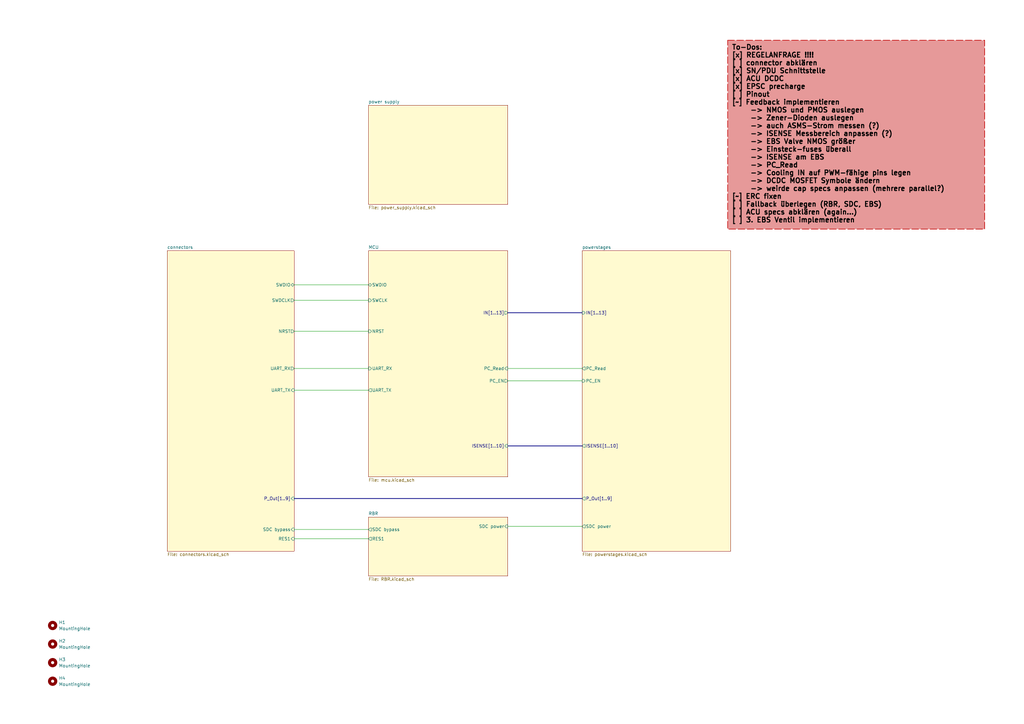
<source format=kicad_sch>
(kicad_sch (version 20231120) (generator "eeschema") (generator_version "8.0")
  (paper "A3")
  (title_block (title "PDU FT25") (date "2024-11-23") (rev "V1.1") (company "Janek Herm") (comment 1 "FaSTTUBe Electronics"))
  (lib_symbols
    (symbol "Mechanical:MountingHole" (pin_names (offset 1.016))
      (property "Reference" "H" (at 0 5.08 0))
      (property "Value" "MountingHole" (at 0 3.175 0))
      (symbol "MountingHole_0_1"
        (circle (center 0 0) (radius 1.27) (stroke (width 1.27)))
      )
    )
  )
  (wire (pts (xy 208.28 215.9) (xy 238.76 215.9)))
  (wire (pts (xy 120.65 160.02) (xy 151.13 160.02)))
  (wire (pts (xy 120.65 220.98) (xy 151.13 220.98)))
  (bus (pts (xy 208.28 128.27) (xy 238.76 128.27)))
  (wire (pts (xy 208.28 156.21) (xy 238.76 156.21)))
  (wire (pts (xy 120.65 135.89) (xy 151.13 135.89)))
  (wire (pts (xy 120.65 116.84) (xy 151.13 116.84)))
  (wire (pts (xy 120.65 123.19) (xy 151.13 123.19)))
  (bus (pts (xy 208.28 182.88) (xy 238.76 182.88)))
  (wire (pts (xy 120.65 151.13) (xy 151.13 151.13)))
  (wire (pts (xy 208.28 151.13) (xy 238.76 151.13)))
  (wire (pts (xy 151.13 217.17) (xy 120.65 217.17)))
  (bus (pts (xy 120.65 204.47) (xy 238.76 204.47)))
  (text_box "To-Dos:\n[x] REGELANFRAGE !!!!\n[ ] connector abklären\n[x] SN/PDU Schnittstelle\n[x] ACU DCDC\n[x] EPSC precharge\n[ ] Pinout\n[~] Feedback implementieren\n	-> NMOS und PMOS auslegen\n	-> Zener-Dioden auslegen\n	-> auch ASMS-Strom messen (?)\n	-> ISENSE Messbereich anpassen (?)\n	-> EBS Valve NMOS größer\n	-> Einsteck-fuses überall\n	-> ISENSE am EBS\n	-> PC_Read\n	-> Cooling IN auf PWM-fähige pins legen\n	-> DCDC MOSFET Symbole ändern\n	-> weirde cap specs anpassen (mehrere parallel?)\n[~] ERC fixen\n[ ] Fallback überlegen (RBR, SDC, EBS)\n[ ] ACU specs abklären (again...)\n[ ] 3. EBS Ventil implementieren" (at 298.45 16.51 0) (size 105.41 77.47) (stroke (width 0.25) (type dash) (color 194 0 0 1)) (fill (type color) (color 194 0 0 0.4)) (effects (font (size 2 2) (thickness 0.4) (bold yes)) (justify left top)))
  (symbol (lib_id "Mechanical:MountingHole") (at 21.59 271.78 0) (unit 1)
    (property "Reference" "H3" (at 24.13 270.5099 0) (effects (justify left)))
    (property "Value" "MountingHole" (at 24.13 273.0499 0) (effects (justify left)))
    (property "Footprint" "MountingHole:MountingHole_4.3mm_M4" (effects (hide yes)))
  )
  (symbol (lib_id "Mechanical:MountingHole") (at 21.59 279.4 0) (unit 1)
    (property "Reference" "H4" (at 24.13 278.1299 0) (effects (justify left)))
    (property "Value" "MountingHole" (at 24.13 280.6699 0) (effects (justify left)))
    (property "Footprint" "MountingHole:MountingHole_4.3mm_M4" (effects (hide yes)))
  )
  (symbol (lib_id "Mechanical:MountingHole") (at 21.59 264.16 0) (unit 1)
    (property "Reference" "H2" (at 24.13 262.8899 0) (effects (justify left)))
    (property "Value" "MountingHole" (at 24.13 265.4299 0) (effects (justify left)))
    (property "Footprint" "MountingHole:MountingHole_4.3mm_M4" (effects (hide yes)))
  )
  (symbol (lib_id "Mechanical:MountingHole") (at 21.59 256.54 0) (unit 1)
    (property "Reference" "H1" (at 24.13 255.2699 0) (effects (justify left)))
    (property "Value" "MountingHole" (at 24.13 257.8099 0) (effects (justify left)))
    (property "Footprint" "MountingHole:MountingHole_4.3mm_M4" (effects (hide yes)))
  )
  (sheet (at 151.13 102.87) (size 57.15 92.71) (stroke (width 0.1524)) (fill (color 255 250 208 1.0000))
    (property "Sheetname" "MCU" (at 151.13 102.1584 0) (effects (justify left bottom)))
    (property "Sheetfile" "mcu.kicad_sch" (at 151.13 196.1646 0) (effects (justify left top)))
    (pin "NRST" input (at 151.13 135.89 180))
    (pin "UART_TX" output (at 151.13 160.02 180))
    (pin "UART_RX" input (at 151.13 151.13 180))
    (pin "SWCLK" input (at 151.13 123.19 180))
    (pin "SWDIO" bidirectional (at 151.13 116.84 180))
    (pin "ISENSE[1..10]" input (at 208.28 182.88 0))
    (pin "PC_EN" output (at 208.28 156.21 0))
    (pin "PC_Read" input (at 208.28 151.13 0))
    (pin "IN[1..13]" output (at 208.28 128.27 0))
  )
  (sheet (at 151.13 43.18) (size 57.15 40.64) (stroke (width 0.1524)) (fill (color 255 250 208 1.0000))
    (property "Sheetname" "power supply" (at 151.13 42.4684 0) (effects (justify left bottom)))
    (property "Sheetfile" "power_supply.kicad_sch" (at 151.13 84.4046 0) (effects (justify left top)))
  )
  (sheet (at 238.76 102.87) (size 60.96 123.19) (stroke (width 0.1524)) (fill (color 255 250 208 1.0000))
    (property "Sheetname" "powerstages" (at 238.76 102.1584 0) (effects (justify left bottom)))
    (property "Sheetfile" "powerstages.kicad_sch" (at 238.76 226.6446 0) (effects (justify left top)))
    (pin "ISENSE[1..10]" output (at 238.76 182.88 180))
    (pin "P_Out[1..9]" output (at 238.76 204.47 180))
    (pin "PC_EN" input (at 238.76 156.21 180))
    (pin "SDC power" output (at 238.76 215.9 180))
    (pin "PC_Read" output (at 238.76 151.13 180))
    (pin "IN[1..13]" input (at 238.76 128.27 180))
  )
  (sheet (at 151.13 212.09) (size 57.15 24.13) (stroke (width 0.1524)) (fill (color 255 250 208 1.0000))
    (property "Sheetname" "RBR" (at 151.13 211.3784 0) (effects (justify left bottom)))
    (property "Sheetfile" "RBR.kicad_sch" (at 151.13 236.8046 0) (effects (justify left top)))
    (pin "SDC power" input (at 208.28 215.9 0))
    (pin "SDC bypass" output (at 151.13 217.17 180))
    (pin "RES1" output (at 151.13 220.98 180))
  )
  (sheet (at 68.58 102.87) (size 52.07 123.19) (stroke (width 0.1524)) (fill (color 255 250 208 1.0000))
    (property "Sheetname" "connectors" (at 68.58 102.1584 0) (effects (justify left bottom)))
    (property "Sheetfile" "connectors.kicad_sch" (at 68.58 226.6446 0) (effects (justify left top)))
    (pin "UART_TX" input (at 120.65 160.02 0))
    (pin "UART_RX" output (at 120.65 151.13 0))
    (pin "NRST" output (at 120.65 135.89 0))
    (pin "SWDCLK" output (at 120.65 123.19 0))
    (pin "SWDIO" bidirectional (at 120.65 116.84 0))
    (pin "P_Out[1..9]" input (at 120.65 204.47 0))
    (pin "RES1" input (at 120.65 220.98 0))
    (pin "SDC bypass" input (at 120.65 217.17 0))
  )
)
</source>
